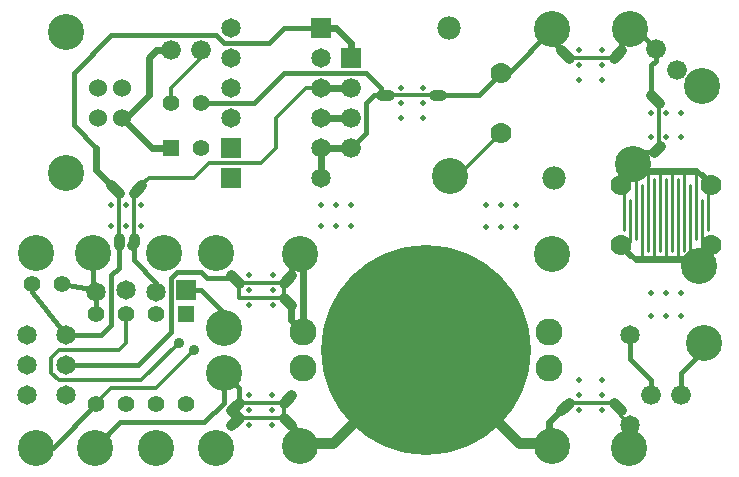
<source format=gtl>
G04 (created by PCBNEW (2013-07-07 BZR 4022)-stable) date 2/1/2015 8:32:49 PM*
%MOIN*%
G04 Gerber Fmt 3.4, Leading zero omitted, Abs format*
%FSLAX34Y34*%
G01*
G70*
G90*
G04 APERTURE LIST*
%ADD10C,0.00590551*%
%ADD11C,0.01*%
%ADD12R,0.065X0.065*%
%ADD13C,0.065*%
%ADD14R,0.066X0.066*%
%ADD15C,0.066*%
%ADD16C,0.055*%
%ADD17C,0.07*%
%ADD18C,0.06*%
%ADD19C,0.12*%
%ADD20R,0.055X0.055*%
%ADD21C,0.09*%
%ADD22C,0.7*%
%ADD23C,0.02*%
%ADD24C,0.078125*%
%ADD25C,0.035*%
%ADD26C,0.024*%
%ADD27C,0.016*%
%ADD28C,0.012*%
%ADD29C,0.036*%
G04 APERTURE END LIST*
G54D10*
G54D11*
X62600Y-46700D02*
X62600Y-48000D01*
X65400Y-46700D02*
X65400Y-48000D01*
X62600Y-46700D02*
X62600Y-47700D01*
X62800Y-48400D02*
X62800Y-47000D01*
X65200Y-48500D02*
X65200Y-47000D01*
X65000Y-46100D02*
X65000Y-48300D01*
X63000Y-46100D02*
X63000Y-48300D01*
X64800Y-48900D02*
X64800Y-46500D01*
X63200Y-48900D02*
X63200Y-46500D01*
X64600Y-46100D02*
X64600Y-48700D01*
X63400Y-46100D02*
X63400Y-48700D01*
X63600Y-48900D02*
X63600Y-46300D01*
X64400Y-48900D02*
X64400Y-46300D01*
X64200Y-46100D02*
X64200Y-48700D01*
X63800Y-46100D02*
X63800Y-48700D01*
X64000Y-48900D02*
X64000Y-46300D01*
X65300Y-48700D02*
X65100Y-48900D01*
X65100Y-48900D02*
X62800Y-48900D01*
X62800Y-48900D02*
X62600Y-48700D01*
X65400Y-46300D02*
X65200Y-46100D01*
X65200Y-46100D02*
X62900Y-46100D01*
X62900Y-46100D02*
X62700Y-46300D01*
G54D12*
X52500Y-41250D03*
G54D13*
X49500Y-41250D03*
G54D12*
X48000Y-50000D03*
G54D13*
X47000Y-50050D03*
X46000Y-50000D03*
X45000Y-50050D03*
X44000Y-52500D03*
X44000Y-51500D03*
X44000Y-53500D03*
X42700Y-51500D03*
X42700Y-52500D03*
X42700Y-53500D03*
G54D14*
X53500Y-42250D03*
G54D15*
X53500Y-43250D03*
X53500Y-44250D03*
X53500Y-45250D03*
G54D16*
X42850Y-49800D03*
X43850Y-49800D03*
G54D17*
X62500Y-48500D03*
X62500Y-46500D03*
X65500Y-48500D03*
X65500Y-46500D03*
X58500Y-44750D03*
X58500Y-42750D03*
G54D18*
X45850Y-44250D03*
X45850Y-43250D03*
X45063Y-43250D03*
X45063Y-44250D03*
G54D19*
X44000Y-46112D03*
X44000Y-41388D03*
G54D20*
X48000Y-50800D03*
G54D16*
X47000Y-50800D03*
X46000Y-50800D03*
X45000Y-50800D03*
X45000Y-53800D03*
X46000Y-53800D03*
X47000Y-53800D03*
X48000Y-53800D03*
G54D12*
X49500Y-46250D03*
G54D13*
X52500Y-46250D03*
X49500Y-42250D03*
X52500Y-42250D03*
X49500Y-44250D03*
X52500Y-44250D03*
X49500Y-43250D03*
X52500Y-43250D03*
X62800Y-54500D03*
X62800Y-51500D03*
G54D20*
X47500Y-45250D03*
G54D16*
X48500Y-45250D03*
G54D21*
X51900Y-52600D03*
X60100Y-52600D03*
X51900Y-51400D03*
X60100Y-51400D03*
G54D22*
X56000Y-52000D03*
G54D19*
X49250Y-52750D03*
X49000Y-48750D03*
X47000Y-55250D03*
X43000Y-55250D03*
X49000Y-55250D03*
X65200Y-43200D03*
X62800Y-41300D03*
X65250Y-51750D03*
X62750Y-55250D03*
X65100Y-49200D03*
X56800Y-46200D03*
X60200Y-41300D03*
X62900Y-45800D03*
X51800Y-55200D03*
X60200Y-55200D03*
X51800Y-48800D03*
X44900Y-48750D03*
G54D15*
X63646Y-41946D03*
X64353Y-42653D03*
G54D23*
X46000Y-47850D03*
X45500Y-47850D03*
X46500Y-47850D03*
X46000Y-47150D03*
X46500Y-47150D03*
X45500Y-47150D03*
G54D24*
X60250Y-46250D03*
X56750Y-41250D03*
G54D19*
X60200Y-48800D03*
G54D12*
X49500Y-45250D03*
G54D13*
X52500Y-45250D03*
G54D23*
X53000Y-47850D03*
X52500Y-47850D03*
X53500Y-47850D03*
X53000Y-47150D03*
X53500Y-47150D03*
X52500Y-47150D03*
X58500Y-47150D03*
X59000Y-47150D03*
X58000Y-47150D03*
X58500Y-47900D03*
X59000Y-47900D03*
X58000Y-47900D03*
X55150Y-43750D03*
X55150Y-43250D03*
X55150Y-44250D03*
X55900Y-43750D03*
X55900Y-43250D03*
X55900Y-44250D03*
X64000Y-44900D03*
X64500Y-44900D03*
X63500Y-44900D03*
X64000Y-44100D03*
X63500Y-44100D03*
X64500Y-44100D03*
X61100Y-42500D03*
X61100Y-43000D03*
X61100Y-42000D03*
X61850Y-42500D03*
X61850Y-43000D03*
X61850Y-42000D03*
X61100Y-53500D03*
X61100Y-54000D03*
X61100Y-53000D03*
X61850Y-53500D03*
X61850Y-54000D03*
X61850Y-53000D03*
X64000Y-50850D03*
X63500Y-50850D03*
X64500Y-50850D03*
X64000Y-50100D03*
X63500Y-50100D03*
X64500Y-50100D03*
G54D16*
X47500Y-43750D03*
X48500Y-43750D03*
G54D15*
X47500Y-42000D03*
X48500Y-42000D03*
G54D23*
X50100Y-54000D03*
X50100Y-54500D03*
X50100Y-53500D03*
X50850Y-54000D03*
X50850Y-54500D03*
X50850Y-53500D03*
X50100Y-50000D03*
X50100Y-50500D03*
X50100Y-49500D03*
X50900Y-50000D03*
X50900Y-49500D03*
X50900Y-50500D03*
G54D19*
X49250Y-51250D03*
X44950Y-55250D03*
X47250Y-48750D03*
X43000Y-48750D03*
G54D15*
X64500Y-53500D03*
X63500Y-53500D03*
G54D25*
X47750Y-51750D03*
X48250Y-52000D03*
G54D26*
X47500Y-45250D02*
X46850Y-45250D01*
X46850Y-45250D02*
X45850Y-44250D01*
X45850Y-44250D02*
X46000Y-44250D01*
X47000Y-42000D02*
X47500Y-42000D01*
X46750Y-42250D02*
X47000Y-42000D01*
X46750Y-43500D02*
X46750Y-42250D01*
X46000Y-44250D02*
X46750Y-43500D01*
X45850Y-44250D02*
X45850Y-44400D01*
G54D27*
X49250Y-51250D02*
X49250Y-50750D01*
X48500Y-50000D02*
X48000Y-50000D01*
X49250Y-50750D02*
X48500Y-50000D01*
X42850Y-49800D02*
X42850Y-50050D01*
X42850Y-50050D02*
X44000Y-51500D01*
X45500Y-51100D02*
X45500Y-51150D01*
X45750Y-48500D02*
X45750Y-49250D01*
X52500Y-41250D02*
X51250Y-41250D01*
G54D26*
X45000Y-45250D02*
X45000Y-46000D01*
X45000Y-46000D02*
X45500Y-46500D01*
G54D28*
X45750Y-48250D02*
X45750Y-46750D01*
G54D29*
X45500Y-46500D02*
X45750Y-46750D01*
X45750Y-48500D02*
X45750Y-48250D01*
G54D27*
X44250Y-44500D02*
X45000Y-45250D01*
X44250Y-42750D02*
X44250Y-44500D01*
X45500Y-41500D02*
X44250Y-42750D01*
X49000Y-41500D02*
X45500Y-41500D01*
X49250Y-41750D02*
X49000Y-41500D01*
X50750Y-41750D02*
X49250Y-41750D01*
X51250Y-41250D02*
X50750Y-41750D01*
X45500Y-49500D02*
X45500Y-50250D01*
X45750Y-49250D02*
X45500Y-49500D01*
X45500Y-50250D02*
X45500Y-51100D01*
X45150Y-51500D02*
X44000Y-51500D01*
X45500Y-51150D02*
X45150Y-51500D01*
G54D26*
X52500Y-41250D02*
X53000Y-41250D01*
X53500Y-41750D02*
X53500Y-42250D01*
X53000Y-41250D02*
X53500Y-41750D01*
G54D27*
X49750Y-53750D02*
X49750Y-53250D01*
X49750Y-53250D02*
X49250Y-52750D01*
X48000Y-54400D02*
X48600Y-54400D01*
X48600Y-54400D02*
X49250Y-53750D01*
X49250Y-53750D02*
X49250Y-52750D01*
X48000Y-54400D02*
X45800Y-54400D01*
X44950Y-55250D02*
X45800Y-54400D01*
G54D29*
X49750Y-54250D02*
X49500Y-54000D01*
X49500Y-54000D02*
X49750Y-53750D01*
G54D27*
X43850Y-49800D02*
X45000Y-50000D01*
X45000Y-50800D02*
X45000Y-50000D01*
X45000Y-50000D02*
X44900Y-49900D01*
X44900Y-49900D02*
X44900Y-48750D01*
G54D29*
X49500Y-54500D02*
X49750Y-54250D01*
G54D28*
X49750Y-53750D02*
X51250Y-53750D01*
G54D29*
X51500Y-53500D02*
X51250Y-53750D01*
G54D28*
X51250Y-53750D02*
X51250Y-54250D01*
G54D27*
X54500Y-43500D02*
X54500Y-43250D01*
X50250Y-43750D02*
X51250Y-42750D01*
X51250Y-42750D02*
X54000Y-42750D01*
X54000Y-42750D02*
X54500Y-43250D01*
X50250Y-43750D02*
X48500Y-43750D01*
G54D26*
X52500Y-45250D02*
X52500Y-46250D01*
X53500Y-45250D02*
X52500Y-45250D01*
G54D29*
X51900Y-55100D02*
X52900Y-55100D01*
X52900Y-55100D02*
X56000Y-52000D01*
G54D26*
X51500Y-54500D02*
X52000Y-55100D01*
G54D29*
X51500Y-54500D02*
X51250Y-54250D01*
G54D28*
X51250Y-54250D02*
X49750Y-54250D01*
G54D26*
X53750Y-54250D02*
X53250Y-53100D01*
X53250Y-53100D02*
X54250Y-52000D01*
X54250Y-52000D02*
X56000Y-52000D01*
G54D29*
X60100Y-55100D02*
X59100Y-55100D01*
X59100Y-55100D02*
X56000Y-52000D01*
G54D27*
X54500Y-43500D02*
X54250Y-43500D01*
G54D29*
X54750Y-43500D02*
X54500Y-43500D01*
G54D27*
X54000Y-44750D02*
X53500Y-45250D01*
X54000Y-43750D02*
X54000Y-44750D01*
X54250Y-43500D02*
X54000Y-43750D01*
X63600Y-45400D02*
X63300Y-45400D01*
G54D28*
X63750Y-45000D02*
X63750Y-45150D01*
G54D29*
X63750Y-43750D02*
X63500Y-43500D01*
G54D27*
X63646Y-42353D02*
X63500Y-42500D01*
X63500Y-42500D02*
X63500Y-43500D01*
X63646Y-41946D02*
X63646Y-42353D01*
G54D28*
X63750Y-45000D02*
X63750Y-43750D01*
X63750Y-45150D02*
X63800Y-45200D01*
G54D29*
X63600Y-45400D02*
X63800Y-45200D01*
G54D27*
X63300Y-45400D02*
X62900Y-45800D01*
X62700Y-41200D02*
X62900Y-41200D01*
X62900Y-41200D02*
X63646Y-41946D01*
X62500Y-42000D02*
X62500Y-41400D01*
G54D28*
X62250Y-42250D02*
X60750Y-42250D01*
G54D27*
X60200Y-41300D02*
X60200Y-41700D01*
X60200Y-41700D02*
X60500Y-42000D01*
G54D29*
X60750Y-42250D02*
X60500Y-42000D01*
X62500Y-42000D02*
X62250Y-42250D01*
G54D27*
X62500Y-41400D02*
X62700Y-41200D01*
X58500Y-42750D02*
X58750Y-42750D01*
X58750Y-42750D02*
X60200Y-41300D01*
X56500Y-43500D02*
X57750Y-43500D01*
G54D29*
X56250Y-43500D02*
X56500Y-43500D01*
G54D27*
X57750Y-43500D02*
X58500Y-42750D01*
G54D28*
X56250Y-43500D02*
X54750Y-43500D01*
X62500Y-54000D02*
X62500Y-54200D01*
X62250Y-53750D02*
X60750Y-53750D01*
G54D26*
X60100Y-55100D02*
X60100Y-54400D01*
X60100Y-54400D02*
X60500Y-54000D01*
G54D29*
X60750Y-53750D02*
X60500Y-54000D01*
X62500Y-54000D02*
X62250Y-53750D01*
G54D28*
X62500Y-54200D02*
X62800Y-54500D01*
G54D26*
X56000Y-52000D02*
X58000Y-52000D01*
G54D27*
X65500Y-46500D02*
X65000Y-46000D01*
X65000Y-46000D02*
X63100Y-46000D01*
X63100Y-46000D02*
X62900Y-45800D01*
X58500Y-43000D02*
X58500Y-42750D01*
G54D28*
X63000Y-55250D02*
X63000Y-54700D01*
X63000Y-54700D02*
X62800Y-54500D01*
G54D27*
X47500Y-49600D02*
X47500Y-51400D01*
X47700Y-49400D02*
X47500Y-49600D01*
X48500Y-49400D02*
X47700Y-49400D01*
X46400Y-52500D02*
X47500Y-51400D01*
X46400Y-52500D02*
X44000Y-52500D01*
X48500Y-49400D02*
X48700Y-49600D01*
X49600Y-49600D02*
X48700Y-49600D01*
G54D28*
X49750Y-49750D02*
X51250Y-49750D01*
X51500Y-49500D02*
X51500Y-49300D01*
X51500Y-49300D02*
X51900Y-48900D01*
G54D26*
X51500Y-51000D02*
X51900Y-51400D01*
X51900Y-51400D02*
X51900Y-48900D01*
G54D29*
X51500Y-49500D02*
X51250Y-49750D01*
G54D26*
X51500Y-50500D02*
X51500Y-51000D01*
G54D28*
X51250Y-50250D02*
X51250Y-49750D01*
G54D29*
X49500Y-49500D02*
X49600Y-49600D01*
X49600Y-49600D02*
X49750Y-49750D01*
X51500Y-50500D02*
X51250Y-50250D01*
G54D28*
X49750Y-49750D02*
X49750Y-50250D01*
X51250Y-50250D02*
X49750Y-50250D01*
X45750Y-52000D02*
X43750Y-52000D01*
X43750Y-52000D02*
X43500Y-52250D01*
X43500Y-52250D02*
X43500Y-52750D01*
X43500Y-52750D02*
X43750Y-53000D01*
X43750Y-53000D02*
X46250Y-53000D01*
X46000Y-50800D02*
X46000Y-51750D01*
X46000Y-51750D02*
X45750Y-52000D01*
X47750Y-51750D02*
X46500Y-53000D01*
X46500Y-53000D02*
X46250Y-53000D01*
G54D27*
X65250Y-51750D02*
X65250Y-52000D01*
X64500Y-52750D02*
X64500Y-53500D01*
X65250Y-52000D02*
X64500Y-52750D01*
G54D26*
X53500Y-44250D02*
X52500Y-44250D01*
G54D28*
X48250Y-52000D02*
X48000Y-52250D01*
X47000Y-53250D02*
X48000Y-52250D01*
X45000Y-53750D02*
X45000Y-53800D01*
X45500Y-53250D02*
X46750Y-53250D01*
X45000Y-53750D02*
X45500Y-53250D01*
X46750Y-53250D02*
X47000Y-53250D01*
G54D27*
X43000Y-55250D02*
X43550Y-55250D01*
X43550Y-55250D02*
X45000Y-53800D01*
G54D28*
X56800Y-46200D02*
X57050Y-46200D01*
X57050Y-46200D02*
X58500Y-44750D01*
G54D27*
X47000Y-49750D02*
X46250Y-49000D01*
X46250Y-49000D02*
X46250Y-48440D01*
X47000Y-50000D02*
X47000Y-49750D01*
G54D28*
X52500Y-43250D02*
X52000Y-43250D01*
X52000Y-43250D02*
X51000Y-44250D01*
X51000Y-44250D02*
X51000Y-45250D01*
X51000Y-45250D02*
X50500Y-45750D01*
X50500Y-45750D02*
X48750Y-45750D01*
X48750Y-45750D02*
X48250Y-46250D01*
X48250Y-46250D02*
X46750Y-46250D01*
G54D29*
X46250Y-48250D02*
X46250Y-48440D01*
G54D28*
X46250Y-48250D02*
X46250Y-46750D01*
X46750Y-46250D02*
X46500Y-46500D01*
G54D29*
X46250Y-46750D02*
X46500Y-46500D01*
G54D26*
X53500Y-43250D02*
X52500Y-43250D01*
G54D29*
X46250Y-48440D02*
X46190Y-48500D01*
G54D27*
X62800Y-51500D02*
X62800Y-52300D01*
X63500Y-53000D02*
X63500Y-53500D01*
X62800Y-52300D02*
X63500Y-53000D01*
G54D28*
X47000Y-53800D02*
X47000Y-53750D01*
G54D27*
X62500Y-48500D02*
X63000Y-49000D01*
X63000Y-49000D02*
X64900Y-49000D01*
X64900Y-49000D02*
X65100Y-49200D01*
G54D28*
X48500Y-42000D02*
X48500Y-42250D01*
X47500Y-43250D02*
X47500Y-43750D01*
X48500Y-42250D02*
X47500Y-43250D01*
M02*

</source>
